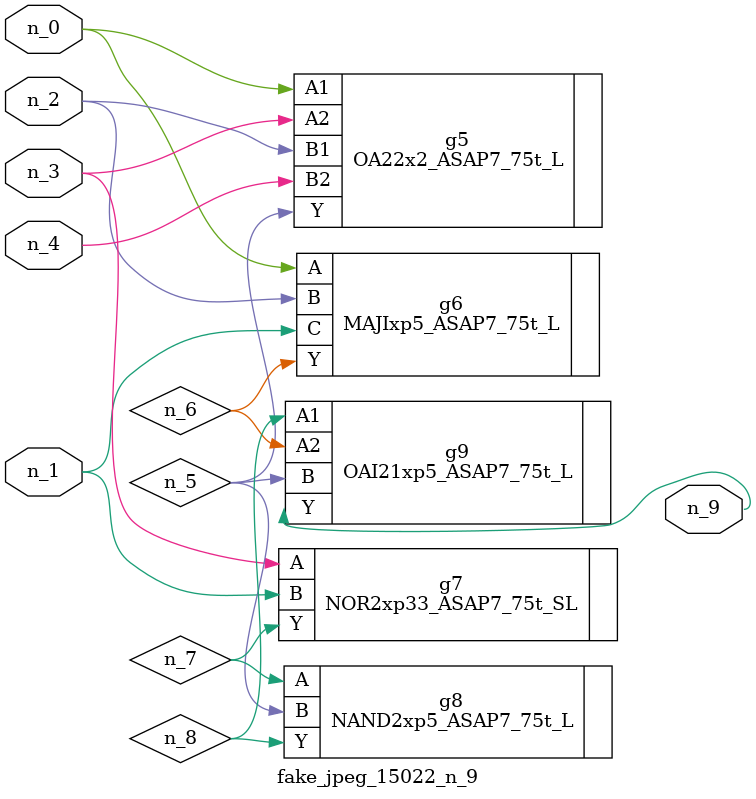
<source format=v>
module fake_jpeg_15022_n_9 (n_3, n_2, n_1, n_0, n_4, n_9);

input n_3;
input n_2;
input n_1;
input n_0;
input n_4;

output n_9;

wire n_8;
wire n_6;
wire n_5;
wire n_7;

OA22x2_ASAP7_75t_L g5 ( 
.A1(n_0),
.A2(n_3),
.B1(n_2),
.B2(n_4),
.Y(n_5)
);

MAJIxp5_ASAP7_75t_L g6 ( 
.A(n_0),
.B(n_2),
.C(n_1),
.Y(n_6)
);

NOR2xp33_ASAP7_75t_SL g7 ( 
.A(n_3),
.B(n_1),
.Y(n_7)
);

NAND2xp5_ASAP7_75t_L g8 ( 
.A(n_7),
.B(n_5),
.Y(n_8)
);

OAI21xp5_ASAP7_75t_L g9 ( 
.A1(n_8),
.A2(n_6),
.B(n_5),
.Y(n_9)
);


endmodule
</source>
